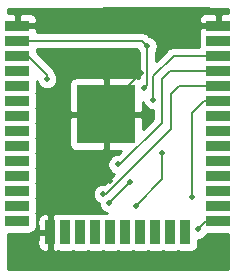
<source format=gtl>
G04 #@! TF.GenerationSoftware,KiCad,Pcbnew,(5.1.10)-1*
G04 #@! TF.CreationDate,2021-06-29T15:19:49+09:00*
G04 #@! TF.ProjectId,BLE_PPG_v1.1,424c455f-5050-4475-9f76-312e312e6b69,rev?*
G04 #@! TF.SameCoordinates,Original*
G04 #@! TF.FileFunction,Copper,L1,Top*
G04 #@! TF.FilePolarity,Positive*
%FSLAX46Y46*%
G04 Gerber Fmt 4.6, Leading zero omitted, Abs format (unit mm)*
G04 Created by KiCad (PCBNEW (5.1.10)-1) date 2021-06-29 15:19:49*
%MOMM*%
%LPD*%
G01*
G04 APERTURE LIST*
G04 #@! TA.AperFunction,SMDPad,CuDef*
%ADD10R,5.000000X5.000000*%
G04 #@! TD*
G04 #@! TA.AperFunction,SMDPad,CuDef*
%ADD11R,2.000000X0.900000*%
G04 #@! TD*
G04 #@! TA.AperFunction,SMDPad,CuDef*
%ADD12R,0.900000X2.000000*%
G04 #@! TD*
G04 #@! TA.AperFunction,ViaPad*
%ADD13C,0.500000*%
G04 #@! TD*
G04 #@! TA.AperFunction,Conductor*
%ADD14C,0.203200*%
G04 #@! TD*
G04 #@! TA.AperFunction,Conductor*
%ADD15C,0.254000*%
G04 #@! TD*
G04 #@! TA.AperFunction,Conductor*
%ADD16C,0.100000*%
G04 #@! TD*
G04 APERTURE END LIST*
D10*
X109000000Y-136245000D03*
D11*
X101500000Y-128745000D03*
X101500000Y-130015000D03*
X101500000Y-131285000D03*
X101500000Y-132555000D03*
X101500000Y-133825000D03*
X101500000Y-135095000D03*
X101500000Y-136365000D03*
X101500000Y-137635000D03*
X101500000Y-138905000D03*
X101500000Y-140175000D03*
X101500000Y-141445000D03*
X101500000Y-142715000D03*
X101500000Y-143985000D03*
X101500000Y-145255000D03*
D12*
X104285000Y-146255000D03*
X105555000Y-146255000D03*
X106825000Y-146255000D03*
X108095000Y-146255000D03*
X109365000Y-146255000D03*
X110635000Y-146255000D03*
X111905000Y-146255000D03*
X113175000Y-146255000D03*
X114445000Y-146255000D03*
X115715000Y-146255000D03*
D11*
X118500000Y-145255000D03*
X118500000Y-143985000D03*
X118500000Y-142715000D03*
X118500000Y-141445000D03*
X118500000Y-140175000D03*
X118500000Y-138905000D03*
X118500000Y-137635000D03*
X118500000Y-136365000D03*
X118500000Y-135095000D03*
X118500000Y-133825000D03*
X118500000Y-132555000D03*
X118500000Y-131285000D03*
X118500000Y-130015000D03*
X118500000Y-128745000D03*
D13*
X107250000Y-128750000D03*
X104250000Y-142500000D03*
X111987400Y-132762600D03*
X109375000Y-141875000D03*
X108750000Y-143000000D03*
X110000000Y-140500000D03*
X112500000Y-130500000D03*
X111000000Y-142000000D03*
X109250000Y-143750000D03*
X112250000Y-134000000D03*
X116750000Y-146000000D03*
X116250000Y-143250000D03*
X111500000Y-144000000D03*
X113750000Y-139500000D03*
X113000000Y-135000000D03*
X104000000Y-133250000D03*
D14*
X107245000Y-128745000D02*
X107250000Y-128750000D01*
X101500000Y-128745000D02*
X107245000Y-128745000D01*
X118500000Y-128745000D02*
X118500000Y-128000000D01*
X118500000Y-128000000D02*
X117750000Y-127250000D01*
X108750000Y-127250000D02*
X107250000Y-128750000D01*
X104285000Y-142535000D02*
X104250000Y-142500000D01*
X104285000Y-146255000D02*
X104285000Y-142535000D01*
X117750000Y-127250000D02*
X108750000Y-127250000D01*
X109000000Y-136245000D02*
X109000000Y-135750000D01*
X109000000Y-135750000D02*
X111987400Y-132762600D01*
X109000000Y-141500000D02*
X109375000Y-141875000D01*
X109000000Y-136245000D02*
X109000000Y-141500000D01*
X118500000Y-133825000D02*
X115175000Y-133825000D01*
X115175000Y-133825000D02*
X114500000Y-134500000D01*
X114500000Y-134500000D02*
X114500000Y-137250000D01*
X108995922Y-143000000D02*
X108750000Y-143000000D01*
X114500000Y-137495922D02*
X108995922Y-143000000D01*
X114500000Y-137250000D02*
X114500000Y-137495922D01*
X118500000Y-132555000D02*
X114445000Y-132555000D01*
X114445000Y-132555000D02*
X113750000Y-133250000D01*
X113750000Y-133250000D02*
X113750000Y-136000000D01*
X110202202Y-140500000D02*
X110000000Y-140500000D01*
X113750000Y-136952202D02*
X110202202Y-140500000D01*
X113750000Y-136000000D02*
X113750000Y-136952202D01*
X112015000Y-130015000D02*
X112500000Y-130500000D01*
X101500000Y-130015000D02*
X112015000Y-130015000D01*
X111000000Y-142000000D02*
X109250000Y-143750000D01*
X112500000Y-133750000D02*
X112500000Y-130500000D01*
X112250000Y-134000000D02*
X112500000Y-133750000D01*
X117495000Y-145255000D02*
X118500000Y-145255000D01*
X116750000Y-146000000D02*
X117495000Y-145255000D01*
X116250000Y-136141800D02*
X116250000Y-143250000D01*
X117296800Y-135095000D02*
X116250000Y-136141800D01*
X118500000Y-135095000D02*
X117296800Y-135095000D01*
X118500000Y-131285000D02*
X114715000Y-131285000D01*
X114715000Y-131285000D02*
X113000000Y-133000000D01*
X113000000Y-133000000D02*
X113000000Y-135000000D01*
X113000000Y-135000000D02*
X113000000Y-133497092D01*
X111500000Y-144000000D02*
X113750000Y-141750000D01*
X113750000Y-141750000D02*
X113750000Y-139500000D01*
X102388553Y-131285000D02*
X101500000Y-131285000D01*
X104000000Y-132896447D02*
X102388553Y-131285000D01*
X104000000Y-133250000D02*
X104000000Y-132896447D01*
D15*
X111649010Y-130758145D02*
X111715723Y-130919205D01*
X111763401Y-130990560D01*
X111763400Y-133165772D01*
X111744180Y-133155498D01*
X111624482Y-133119188D01*
X111500000Y-133106928D01*
X109285750Y-133110000D01*
X109127000Y-133268750D01*
X109127000Y-136118000D01*
X111976250Y-136118000D01*
X112135000Y-135959250D01*
X112136063Y-135193056D01*
X112149010Y-135258145D01*
X112215723Y-135419205D01*
X112312576Y-135564155D01*
X112435845Y-135687424D01*
X112580795Y-135784277D01*
X112741855Y-135850990D01*
X112912835Y-135885000D01*
X113013401Y-135885000D01*
X113013401Y-135963805D01*
X113013400Y-135963815D01*
X113013401Y-136647091D01*
X112136378Y-137524114D01*
X112135000Y-136530750D01*
X111976250Y-136372000D01*
X109127000Y-136372000D01*
X109127000Y-139221250D01*
X109285750Y-139380000D01*
X110279115Y-139381378D01*
X110045493Y-139615000D01*
X109912835Y-139615000D01*
X109741855Y-139649010D01*
X109580795Y-139715723D01*
X109435845Y-139812576D01*
X109312576Y-139935845D01*
X109215723Y-140080795D01*
X109149010Y-140241855D01*
X109115000Y-140412835D01*
X109115000Y-140587165D01*
X109149010Y-140758145D01*
X109215723Y-140919205D01*
X109312576Y-141064155D01*
X109435845Y-141187424D01*
X109580795Y-141284277D01*
X109643827Y-141310386D01*
X108838873Y-142115340D01*
X108837165Y-142115000D01*
X108662835Y-142115000D01*
X108491855Y-142149010D01*
X108330795Y-142215723D01*
X108185845Y-142312576D01*
X108062576Y-142435845D01*
X107965723Y-142580795D01*
X107899010Y-142741855D01*
X107865000Y-142912835D01*
X107865000Y-143087165D01*
X107899010Y-143258145D01*
X107965723Y-143419205D01*
X108062576Y-143564155D01*
X108185845Y-143687424D01*
X108330795Y-143784277D01*
X108365000Y-143798445D01*
X108365000Y-143837165D01*
X108399010Y-144008145D01*
X108465723Y-144169205D01*
X108562576Y-144314155D01*
X108685845Y-144437424D01*
X108830795Y-144534277D01*
X108991855Y-144600990D01*
X109071981Y-144616928D01*
X108915000Y-144616928D01*
X108790518Y-144629188D01*
X108730000Y-144647546D01*
X108669482Y-144629188D01*
X108545000Y-144616928D01*
X107645000Y-144616928D01*
X107520518Y-144629188D01*
X107460000Y-144647546D01*
X107399482Y-144629188D01*
X107275000Y-144616928D01*
X106375000Y-144616928D01*
X106250518Y-144629188D01*
X106190000Y-144647546D01*
X106129482Y-144629188D01*
X106005000Y-144616928D01*
X105105000Y-144616928D01*
X104980518Y-144629188D01*
X104920000Y-144647546D01*
X104859482Y-144629188D01*
X104735000Y-144616928D01*
X104570750Y-144620000D01*
X104412000Y-144778750D01*
X104412000Y-146128000D01*
X104432000Y-146128000D01*
X104432000Y-146382000D01*
X104412000Y-146382000D01*
X104412000Y-147731250D01*
X104570750Y-147890000D01*
X104735000Y-147893072D01*
X104859482Y-147880812D01*
X104920000Y-147862454D01*
X104980518Y-147880812D01*
X105105000Y-147893072D01*
X106005000Y-147893072D01*
X106129482Y-147880812D01*
X106190000Y-147862454D01*
X106250518Y-147880812D01*
X106375000Y-147893072D01*
X107275000Y-147893072D01*
X107399482Y-147880812D01*
X107460000Y-147862454D01*
X107520518Y-147880812D01*
X107645000Y-147893072D01*
X108545000Y-147893072D01*
X108669482Y-147880812D01*
X108730000Y-147862454D01*
X108790518Y-147880812D01*
X108915000Y-147893072D01*
X109815000Y-147893072D01*
X109939482Y-147880812D01*
X110000000Y-147862454D01*
X110060518Y-147880812D01*
X110185000Y-147893072D01*
X111085000Y-147893072D01*
X111209482Y-147880812D01*
X111270000Y-147862454D01*
X111330518Y-147880812D01*
X111455000Y-147893072D01*
X112355000Y-147893072D01*
X112479482Y-147880812D01*
X112540000Y-147862454D01*
X112600518Y-147880812D01*
X112725000Y-147893072D01*
X113625000Y-147893072D01*
X113749482Y-147880812D01*
X113810000Y-147862454D01*
X113870518Y-147880812D01*
X113995000Y-147893072D01*
X114895000Y-147893072D01*
X115019482Y-147880812D01*
X115080000Y-147862454D01*
X115140518Y-147880812D01*
X115265000Y-147893072D01*
X116165000Y-147893072D01*
X116289482Y-147880812D01*
X116409180Y-147844502D01*
X116519494Y-147785537D01*
X116616185Y-147706185D01*
X116695537Y-147609494D01*
X116754502Y-147499180D01*
X116790812Y-147379482D01*
X116803072Y-147255000D01*
X116803072Y-146885000D01*
X116837165Y-146885000D01*
X117008145Y-146850990D01*
X117169205Y-146784277D01*
X117314155Y-146687424D01*
X117437424Y-146564155D01*
X117534277Y-146419205D01*
X117565812Y-146343072D01*
X119340001Y-146343072D01*
X119340001Y-149340000D01*
X100660000Y-149340000D01*
X100660000Y-147255000D01*
X103196928Y-147255000D01*
X103209188Y-147379482D01*
X103245498Y-147499180D01*
X103304463Y-147609494D01*
X103383815Y-147706185D01*
X103480506Y-147785537D01*
X103590820Y-147844502D01*
X103710518Y-147880812D01*
X103835000Y-147893072D01*
X103999250Y-147890000D01*
X104158000Y-147731250D01*
X104158000Y-146382000D01*
X103358750Y-146382000D01*
X103200000Y-146540750D01*
X103196928Y-147255000D01*
X100660000Y-147255000D01*
X100660000Y-146343072D01*
X102500000Y-146343072D01*
X102624482Y-146330812D01*
X102744180Y-146294502D01*
X102854494Y-146235537D01*
X102951185Y-146156185D01*
X103030537Y-146059494D01*
X103089502Y-145949180D01*
X103125812Y-145829482D01*
X103138072Y-145705000D01*
X103138072Y-145255000D01*
X103196928Y-145255000D01*
X103200000Y-145969250D01*
X103358750Y-146128000D01*
X104158000Y-146128000D01*
X104158000Y-144778750D01*
X103999250Y-144620000D01*
X103835000Y-144616928D01*
X103710518Y-144629188D01*
X103590820Y-144665498D01*
X103480506Y-144724463D01*
X103383815Y-144803815D01*
X103304463Y-144900506D01*
X103245498Y-145010820D01*
X103209188Y-145130518D01*
X103196928Y-145255000D01*
X103138072Y-145255000D01*
X103138072Y-144805000D01*
X103125812Y-144680518D01*
X103107454Y-144620000D01*
X103125812Y-144559482D01*
X103138072Y-144435000D01*
X103138072Y-143535000D01*
X103125812Y-143410518D01*
X103107454Y-143350000D01*
X103125812Y-143289482D01*
X103138072Y-143165000D01*
X103138072Y-142265000D01*
X103125812Y-142140518D01*
X103107454Y-142080000D01*
X103125812Y-142019482D01*
X103138072Y-141895000D01*
X103138072Y-140995000D01*
X103125812Y-140870518D01*
X103107454Y-140810000D01*
X103125812Y-140749482D01*
X103138072Y-140625000D01*
X103138072Y-139725000D01*
X103125812Y-139600518D01*
X103107454Y-139540000D01*
X103125812Y-139479482D01*
X103138072Y-139355000D01*
X103138072Y-138745000D01*
X105861928Y-138745000D01*
X105874188Y-138869482D01*
X105910498Y-138989180D01*
X105969463Y-139099494D01*
X106048815Y-139196185D01*
X106145506Y-139275537D01*
X106255820Y-139334502D01*
X106375518Y-139370812D01*
X106500000Y-139383072D01*
X108714250Y-139380000D01*
X108873000Y-139221250D01*
X108873000Y-136372000D01*
X106023750Y-136372000D01*
X105865000Y-136530750D01*
X105861928Y-138745000D01*
X103138072Y-138745000D01*
X103138072Y-138455000D01*
X103125812Y-138330518D01*
X103107454Y-138270000D01*
X103125812Y-138209482D01*
X103138072Y-138085000D01*
X103138072Y-137185000D01*
X103125812Y-137060518D01*
X103107454Y-137000000D01*
X103125812Y-136939482D01*
X103138072Y-136815000D01*
X103138072Y-135915000D01*
X103125812Y-135790518D01*
X103107454Y-135730000D01*
X103125812Y-135669482D01*
X103138072Y-135545000D01*
X103138072Y-134645000D01*
X103125812Y-134520518D01*
X103107454Y-134460000D01*
X103125812Y-134399482D01*
X103138072Y-134275000D01*
X103138072Y-133453156D01*
X103149010Y-133508145D01*
X103215723Y-133669205D01*
X103312576Y-133814155D01*
X103435845Y-133937424D01*
X103580795Y-134034277D01*
X103741855Y-134100990D01*
X103912835Y-134135000D01*
X104087165Y-134135000D01*
X104258145Y-134100990D01*
X104419205Y-134034277D01*
X104564155Y-133937424D01*
X104687424Y-133814155D01*
X104733632Y-133745000D01*
X105861928Y-133745000D01*
X105865000Y-135959250D01*
X106023750Y-136118000D01*
X108873000Y-136118000D01*
X108873000Y-133268750D01*
X108714250Y-133110000D01*
X106500000Y-133106928D01*
X106375518Y-133119188D01*
X106255820Y-133155498D01*
X106145506Y-133214463D01*
X106048815Y-133293815D01*
X105969463Y-133390506D01*
X105910498Y-133500820D01*
X105874188Y-133620518D01*
X105861928Y-133745000D01*
X104733632Y-133745000D01*
X104784277Y-133669205D01*
X104850990Y-133508145D01*
X104885000Y-133337165D01*
X104885000Y-133162835D01*
X104850990Y-132991855D01*
X104784277Y-132830795D01*
X104721187Y-132736375D01*
X104683822Y-132613198D01*
X104615424Y-132485234D01*
X104523375Y-132373072D01*
X104495269Y-132350006D01*
X103138072Y-130992810D01*
X103138072Y-130835000D01*
X103129858Y-130751600D01*
X111647708Y-130751600D01*
X111649010Y-130758145D01*
G04 #@! TA.AperFunction,Conductor*
D16*
G36*
X111649010Y-130758145D02*
G01*
X111715723Y-130919205D01*
X111763401Y-130990560D01*
X111763400Y-133165772D01*
X111744180Y-133155498D01*
X111624482Y-133119188D01*
X111500000Y-133106928D01*
X109285750Y-133110000D01*
X109127000Y-133268750D01*
X109127000Y-136118000D01*
X111976250Y-136118000D01*
X112135000Y-135959250D01*
X112136063Y-135193056D01*
X112149010Y-135258145D01*
X112215723Y-135419205D01*
X112312576Y-135564155D01*
X112435845Y-135687424D01*
X112580795Y-135784277D01*
X112741855Y-135850990D01*
X112912835Y-135885000D01*
X113013401Y-135885000D01*
X113013401Y-135963805D01*
X113013400Y-135963815D01*
X113013401Y-136647091D01*
X112136378Y-137524114D01*
X112135000Y-136530750D01*
X111976250Y-136372000D01*
X109127000Y-136372000D01*
X109127000Y-139221250D01*
X109285750Y-139380000D01*
X110279115Y-139381378D01*
X110045493Y-139615000D01*
X109912835Y-139615000D01*
X109741855Y-139649010D01*
X109580795Y-139715723D01*
X109435845Y-139812576D01*
X109312576Y-139935845D01*
X109215723Y-140080795D01*
X109149010Y-140241855D01*
X109115000Y-140412835D01*
X109115000Y-140587165D01*
X109149010Y-140758145D01*
X109215723Y-140919205D01*
X109312576Y-141064155D01*
X109435845Y-141187424D01*
X109580795Y-141284277D01*
X109643827Y-141310386D01*
X108838873Y-142115340D01*
X108837165Y-142115000D01*
X108662835Y-142115000D01*
X108491855Y-142149010D01*
X108330795Y-142215723D01*
X108185845Y-142312576D01*
X108062576Y-142435845D01*
X107965723Y-142580795D01*
X107899010Y-142741855D01*
X107865000Y-142912835D01*
X107865000Y-143087165D01*
X107899010Y-143258145D01*
X107965723Y-143419205D01*
X108062576Y-143564155D01*
X108185845Y-143687424D01*
X108330795Y-143784277D01*
X108365000Y-143798445D01*
X108365000Y-143837165D01*
X108399010Y-144008145D01*
X108465723Y-144169205D01*
X108562576Y-144314155D01*
X108685845Y-144437424D01*
X108830795Y-144534277D01*
X108991855Y-144600990D01*
X109071981Y-144616928D01*
X108915000Y-144616928D01*
X108790518Y-144629188D01*
X108730000Y-144647546D01*
X108669482Y-144629188D01*
X108545000Y-144616928D01*
X107645000Y-144616928D01*
X107520518Y-144629188D01*
X107460000Y-144647546D01*
X107399482Y-144629188D01*
X107275000Y-144616928D01*
X106375000Y-144616928D01*
X106250518Y-144629188D01*
X106190000Y-144647546D01*
X106129482Y-144629188D01*
X106005000Y-144616928D01*
X105105000Y-144616928D01*
X104980518Y-144629188D01*
X104920000Y-144647546D01*
X104859482Y-144629188D01*
X104735000Y-144616928D01*
X104570750Y-144620000D01*
X104412000Y-144778750D01*
X104412000Y-146128000D01*
X104432000Y-146128000D01*
X104432000Y-146382000D01*
X104412000Y-146382000D01*
X104412000Y-147731250D01*
X104570750Y-147890000D01*
X104735000Y-147893072D01*
X104859482Y-147880812D01*
X104920000Y-147862454D01*
X104980518Y-147880812D01*
X105105000Y-147893072D01*
X106005000Y-147893072D01*
X106129482Y-147880812D01*
X106190000Y-147862454D01*
X106250518Y-147880812D01*
X106375000Y-147893072D01*
X107275000Y-147893072D01*
X107399482Y-147880812D01*
X107460000Y-147862454D01*
X107520518Y-147880812D01*
X107645000Y-147893072D01*
X108545000Y-147893072D01*
X108669482Y-147880812D01*
X108730000Y-147862454D01*
X108790518Y-147880812D01*
X108915000Y-147893072D01*
X109815000Y-147893072D01*
X109939482Y-147880812D01*
X110000000Y-147862454D01*
X110060518Y-147880812D01*
X110185000Y-147893072D01*
X111085000Y-147893072D01*
X111209482Y-147880812D01*
X111270000Y-147862454D01*
X111330518Y-147880812D01*
X111455000Y-147893072D01*
X112355000Y-147893072D01*
X112479482Y-147880812D01*
X112540000Y-147862454D01*
X112600518Y-147880812D01*
X112725000Y-147893072D01*
X113625000Y-147893072D01*
X113749482Y-147880812D01*
X113810000Y-147862454D01*
X113870518Y-147880812D01*
X113995000Y-147893072D01*
X114895000Y-147893072D01*
X115019482Y-147880812D01*
X115080000Y-147862454D01*
X115140518Y-147880812D01*
X115265000Y-147893072D01*
X116165000Y-147893072D01*
X116289482Y-147880812D01*
X116409180Y-147844502D01*
X116519494Y-147785537D01*
X116616185Y-147706185D01*
X116695537Y-147609494D01*
X116754502Y-147499180D01*
X116790812Y-147379482D01*
X116803072Y-147255000D01*
X116803072Y-146885000D01*
X116837165Y-146885000D01*
X117008145Y-146850990D01*
X117169205Y-146784277D01*
X117314155Y-146687424D01*
X117437424Y-146564155D01*
X117534277Y-146419205D01*
X117565812Y-146343072D01*
X119340001Y-146343072D01*
X119340001Y-149340000D01*
X100660000Y-149340000D01*
X100660000Y-147255000D01*
X103196928Y-147255000D01*
X103209188Y-147379482D01*
X103245498Y-147499180D01*
X103304463Y-147609494D01*
X103383815Y-147706185D01*
X103480506Y-147785537D01*
X103590820Y-147844502D01*
X103710518Y-147880812D01*
X103835000Y-147893072D01*
X103999250Y-147890000D01*
X104158000Y-147731250D01*
X104158000Y-146382000D01*
X103358750Y-146382000D01*
X103200000Y-146540750D01*
X103196928Y-147255000D01*
X100660000Y-147255000D01*
X100660000Y-146343072D01*
X102500000Y-146343072D01*
X102624482Y-146330812D01*
X102744180Y-146294502D01*
X102854494Y-146235537D01*
X102951185Y-146156185D01*
X103030537Y-146059494D01*
X103089502Y-145949180D01*
X103125812Y-145829482D01*
X103138072Y-145705000D01*
X103138072Y-145255000D01*
X103196928Y-145255000D01*
X103200000Y-145969250D01*
X103358750Y-146128000D01*
X104158000Y-146128000D01*
X104158000Y-144778750D01*
X103999250Y-144620000D01*
X103835000Y-144616928D01*
X103710518Y-144629188D01*
X103590820Y-144665498D01*
X103480506Y-144724463D01*
X103383815Y-144803815D01*
X103304463Y-144900506D01*
X103245498Y-145010820D01*
X103209188Y-145130518D01*
X103196928Y-145255000D01*
X103138072Y-145255000D01*
X103138072Y-144805000D01*
X103125812Y-144680518D01*
X103107454Y-144620000D01*
X103125812Y-144559482D01*
X103138072Y-144435000D01*
X103138072Y-143535000D01*
X103125812Y-143410518D01*
X103107454Y-143350000D01*
X103125812Y-143289482D01*
X103138072Y-143165000D01*
X103138072Y-142265000D01*
X103125812Y-142140518D01*
X103107454Y-142080000D01*
X103125812Y-142019482D01*
X103138072Y-141895000D01*
X103138072Y-140995000D01*
X103125812Y-140870518D01*
X103107454Y-140810000D01*
X103125812Y-140749482D01*
X103138072Y-140625000D01*
X103138072Y-139725000D01*
X103125812Y-139600518D01*
X103107454Y-139540000D01*
X103125812Y-139479482D01*
X103138072Y-139355000D01*
X103138072Y-138745000D01*
X105861928Y-138745000D01*
X105874188Y-138869482D01*
X105910498Y-138989180D01*
X105969463Y-139099494D01*
X106048815Y-139196185D01*
X106145506Y-139275537D01*
X106255820Y-139334502D01*
X106375518Y-139370812D01*
X106500000Y-139383072D01*
X108714250Y-139380000D01*
X108873000Y-139221250D01*
X108873000Y-136372000D01*
X106023750Y-136372000D01*
X105865000Y-136530750D01*
X105861928Y-138745000D01*
X103138072Y-138745000D01*
X103138072Y-138455000D01*
X103125812Y-138330518D01*
X103107454Y-138270000D01*
X103125812Y-138209482D01*
X103138072Y-138085000D01*
X103138072Y-137185000D01*
X103125812Y-137060518D01*
X103107454Y-137000000D01*
X103125812Y-136939482D01*
X103138072Y-136815000D01*
X103138072Y-135915000D01*
X103125812Y-135790518D01*
X103107454Y-135730000D01*
X103125812Y-135669482D01*
X103138072Y-135545000D01*
X103138072Y-134645000D01*
X103125812Y-134520518D01*
X103107454Y-134460000D01*
X103125812Y-134399482D01*
X103138072Y-134275000D01*
X103138072Y-133453156D01*
X103149010Y-133508145D01*
X103215723Y-133669205D01*
X103312576Y-133814155D01*
X103435845Y-133937424D01*
X103580795Y-134034277D01*
X103741855Y-134100990D01*
X103912835Y-134135000D01*
X104087165Y-134135000D01*
X104258145Y-134100990D01*
X104419205Y-134034277D01*
X104564155Y-133937424D01*
X104687424Y-133814155D01*
X104733632Y-133745000D01*
X105861928Y-133745000D01*
X105865000Y-135959250D01*
X106023750Y-136118000D01*
X108873000Y-136118000D01*
X108873000Y-133268750D01*
X108714250Y-133110000D01*
X106500000Y-133106928D01*
X106375518Y-133119188D01*
X106255820Y-133155498D01*
X106145506Y-133214463D01*
X106048815Y-133293815D01*
X105969463Y-133390506D01*
X105910498Y-133500820D01*
X105874188Y-133620518D01*
X105861928Y-133745000D01*
X104733632Y-133745000D01*
X104784277Y-133669205D01*
X104850990Y-133508145D01*
X104885000Y-133337165D01*
X104885000Y-133162835D01*
X104850990Y-132991855D01*
X104784277Y-132830795D01*
X104721187Y-132736375D01*
X104683822Y-132613198D01*
X104615424Y-132485234D01*
X104523375Y-132373072D01*
X104495269Y-132350006D01*
X103138072Y-130992810D01*
X103138072Y-130835000D01*
X103129858Y-130751600D01*
X111647708Y-130751600D01*
X111649010Y-130758145D01*
G37*
G04 #@! TD.AperFunction*
D15*
X119340000Y-127657616D02*
X118785750Y-127660000D01*
X118627000Y-127818750D01*
X118627000Y-128618000D01*
X118647000Y-128618000D01*
X118647000Y-128872000D01*
X118627000Y-128872000D01*
X118627000Y-128892000D01*
X118373000Y-128892000D01*
X118373000Y-128872000D01*
X117023750Y-128872000D01*
X116865000Y-129030750D01*
X116861928Y-129195000D01*
X116874188Y-129319482D01*
X116892546Y-129380000D01*
X116874188Y-129440518D01*
X116861928Y-129565000D01*
X116861928Y-130465000D01*
X116870142Y-130548400D01*
X114751175Y-130548400D01*
X114714999Y-130544837D01*
X114678823Y-130548400D01*
X114678814Y-130548400D01*
X114570601Y-130559058D01*
X114431751Y-130601178D01*
X114303787Y-130669576D01*
X114191625Y-130761625D01*
X114168559Y-130789731D01*
X113236600Y-131721691D01*
X113236600Y-130990558D01*
X113284277Y-130919205D01*
X113350990Y-130758145D01*
X113385000Y-130587165D01*
X113385000Y-130412835D01*
X113350990Y-130241855D01*
X113284277Y-130080795D01*
X113187424Y-129935845D01*
X113064155Y-129812576D01*
X112919205Y-129715723D01*
X112758145Y-129649010D01*
X112673977Y-129632268D01*
X112561446Y-129519737D01*
X112538375Y-129491625D01*
X112426213Y-129399576D01*
X112298249Y-129331178D01*
X112159399Y-129289058D01*
X112051186Y-129278400D01*
X112051183Y-129278400D01*
X112015000Y-129274836D01*
X111978817Y-129278400D01*
X103129858Y-129278400D01*
X103138072Y-129195000D01*
X103135000Y-129030750D01*
X102976250Y-128872000D01*
X101627000Y-128872000D01*
X101627000Y-128892000D01*
X101373000Y-128892000D01*
X101373000Y-128872000D01*
X101353000Y-128872000D01*
X101353000Y-128618000D01*
X101373000Y-128618000D01*
X101373000Y-127818750D01*
X101627000Y-127818750D01*
X101627000Y-128618000D01*
X102976250Y-128618000D01*
X103135000Y-128459250D01*
X103138072Y-128295000D01*
X116861928Y-128295000D01*
X116865000Y-128459250D01*
X117023750Y-128618000D01*
X118373000Y-128618000D01*
X118373000Y-127818750D01*
X118214250Y-127660000D01*
X117500000Y-127656928D01*
X117375518Y-127669188D01*
X117255820Y-127705498D01*
X117145506Y-127764463D01*
X117048815Y-127843815D01*
X116969463Y-127940506D01*
X116910498Y-128050820D01*
X116874188Y-128170518D01*
X116861928Y-128295000D01*
X103138072Y-128295000D01*
X103125812Y-128170518D01*
X103089502Y-128050820D01*
X103030537Y-127940506D01*
X102951185Y-127843815D01*
X102854494Y-127764463D01*
X102744180Y-127705498D01*
X102624482Y-127669188D01*
X102500000Y-127656928D01*
X101785750Y-127660000D01*
X101627000Y-127818750D01*
X101373000Y-127818750D01*
X101214250Y-127660000D01*
X100660000Y-127657616D01*
X100660000Y-127377000D01*
X119340000Y-127377000D01*
X119340000Y-127657616D01*
G04 #@! TA.AperFunction,Conductor*
D16*
G36*
X119340000Y-127657616D02*
G01*
X118785750Y-127660000D01*
X118627000Y-127818750D01*
X118627000Y-128618000D01*
X118647000Y-128618000D01*
X118647000Y-128872000D01*
X118627000Y-128872000D01*
X118627000Y-128892000D01*
X118373000Y-128892000D01*
X118373000Y-128872000D01*
X117023750Y-128872000D01*
X116865000Y-129030750D01*
X116861928Y-129195000D01*
X116874188Y-129319482D01*
X116892546Y-129380000D01*
X116874188Y-129440518D01*
X116861928Y-129565000D01*
X116861928Y-130465000D01*
X116870142Y-130548400D01*
X114751175Y-130548400D01*
X114714999Y-130544837D01*
X114678823Y-130548400D01*
X114678814Y-130548400D01*
X114570601Y-130559058D01*
X114431751Y-130601178D01*
X114303787Y-130669576D01*
X114191625Y-130761625D01*
X114168559Y-130789731D01*
X113236600Y-131721691D01*
X113236600Y-130990558D01*
X113284277Y-130919205D01*
X113350990Y-130758145D01*
X113385000Y-130587165D01*
X113385000Y-130412835D01*
X113350990Y-130241855D01*
X113284277Y-130080795D01*
X113187424Y-129935845D01*
X113064155Y-129812576D01*
X112919205Y-129715723D01*
X112758145Y-129649010D01*
X112673977Y-129632268D01*
X112561446Y-129519737D01*
X112538375Y-129491625D01*
X112426213Y-129399576D01*
X112298249Y-129331178D01*
X112159399Y-129289058D01*
X112051186Y-129278400D01*
X112051183Y-129278400D01*
X112015000Y-129274836D01*
X111978817Y-129278400D01*
X103129858Y-129278400D01*
X103138072Y-129195000D01*
X103135000Y-129030750D01*
X102976250Y-128872000D01*
X101627000Y-128872000D01*
X101627000Y-128892000D01*
X101373000Y-128892000D01*
X101373000Y-128872000D01*
X101353000Y-128872000D01*
X101353000Y-128618000D01*
X101373000Y-128618000D01*
X101373000Y-127818750D01*
X101627000Y-127818750D01*
X101627000Y-128618000D01*
X102976250Y-128618000D01*
X103135000Y-128459250D01*
X103138072Y-128295000D01*
X116861928Y-128295000D01*
X116865000Y-128459250D01*
X117023750Y-128618000D01*
X118373000Y-128618000D01*
X118373000Y-127818750D01*
X118214250Y-127660000D01*
X117500000Y-127656928D01*
X117375518Y-127669188D01*
X117255820Y-127705498D01*
X117145506Y-127764463D01*
X117048815Y-127843815D01*
X116969463Y-127940506D01*
X116910498Y-128050820D01*
X116874188Y-128170518D01*
X116861928Y-128295000D01*
X103138072Y-128295000D01*
X103125812Y-128170518D01*
X103089502Y-128050820D01*
X103030537Y-127940506D01*
X102951185Y-127843815D01*
X102854494Y-127764463D01*
X102744180Y-127705498D01*
X102624482Y-127669188D01*
X102500000Y-127656928D01*
X101785750Y-127660000D01*
X101627000Y-127818750D01*
X101373000Y-127818750D01*
X101214250Y-127660000D01*
X100660000Y-127657616D01*
X100660000Y-127377000D01*
X119340000Y-127377000D01*
X119340000Y-127657616D01*
G37*
G04 #@! TD.AperFunction*
M02*

</source>
